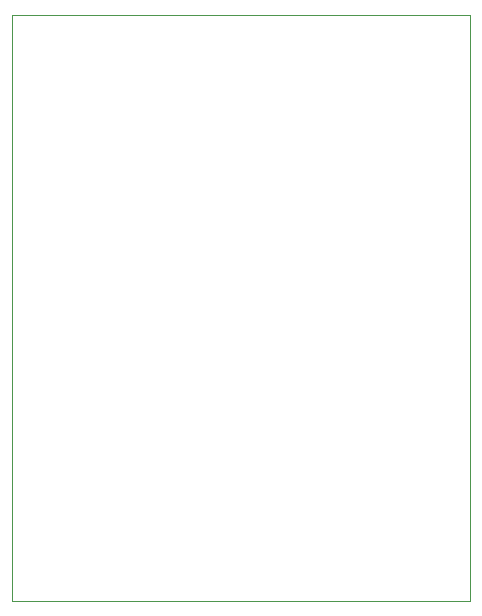
<source format=gbr>
G04 #@! TF.GenerationSoftware,KiCad,Pcbnew,(5.1.4)-1*
G04 #@! TF.CreationDate,2020-02-21T12:34:06+01:00*
G04 #@! TF.ProjectId,HB-UNI-Sen-TEMP-MAX6675,48422d55-4e49-42d5-9365-6e2d54454d50,rev?*
G04 #@! TF.SameCoordinates,Original*
G04 #@! TF.FileFunction,Profile,NP*
%FSLAX46Y46*%
G04 Gerber Fmt 4.6, Leading zero omitted, Abs format (unit mm)*
G04 Created by KiCad (PCBNEW (5.1.4)-1) date 2020-02-21 12:34:06*
%MOMM*%
%LPD*%
G04 APERTURE LIST*
%ADD10C,0.050000*%
G04 APERTURE END LIST*
D10*
X141800000Y-70400000D02*
X141800000Y-120000000D01*
X180600000Y-70400000D02*
X141800000Y-70400000D01*
X180600000Y-120000000D02*
X180600000Y-70400000D01*
X141800000Y-120000000D02*
X180600000Y-120000000D01*
M02*

</source>
